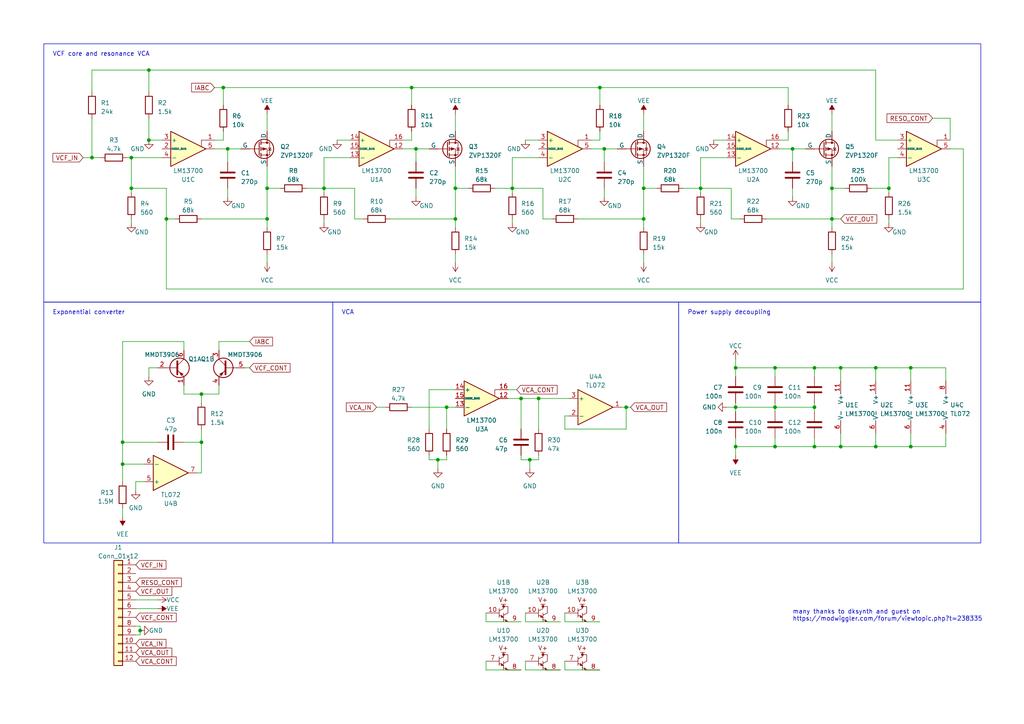
<source format=kicad_sch>
(kicad_sch (version 20231120) (generator "eeschema") (generator_version "8.0")
  (paper "A4")
  (title_block (title "Open 80017a") (date "2024-02-28") (rev "0.2") (company "Thomas Herpoel"))
  (lib_symbols
    (symbol "Amplifier_Operational:LM13700" (pin_names (offset 0.127))
      (property "Reference" "U" (at 3.81 5.08 0))
      (property "Value" "LM13700" (at 5.08 -5.08 0))
      (symbol "LM13700_1_1"
        (pin output line (at 7.62 0 180) (length 2.54) (name "~") (number "12"))
        (pin input line (at -7.62 2.54 0) (length 2.54) (name "-") (number "13"))
        (pin input line (at -7.62 -2.54 0) (length 2.54) (name "+") (number "14"))
        (pin input line (at -7.62 0 0) (length 2.54) (name "DIODE_BIAS") (number "15"))
        (pin input line (at 7.62 -2.54 180) (length 2.54) (name "~") (number "16"))
      )
      (symbol "LM13700_2_1"
        (text "V+" (at -2.54 3.81 0) (effects (font (size 1.27 1.27))))
        (pin input line (at -7.62 0 0) (length 3.81) (name "~") (number "10"))
        (pin output line (at 2.54 -2.54 180) (length 3.81) (name "~") (number "9"))
      )
      (symbol "LM13700_3_1"
        (pin input line (at 7.62 -2.54 180) (length 2.54) (name "~") (number "1"))
        (pin input line (at -7.62 0 0) (length 2.54) (name "DIODE_BIAS") (number "2"))
        (pin input line (at -7.62 -2.54 0) (length 2.54) (name "+") (number "3"))
        (pin input line (at -7.62 2.54 0) (length 2.54) (name "-") (number "4"))
        (pin output line (at 7.62 0 180) (length 2.54) (name "~") (number "5"))
      )
      (symbol "LM13700_4_0"
        (text "V+" (at -2.54 3.81 0) (effects (font (size 1.27 1.27))))
      )
      (symbol "LM13700_4_1"
        (pin input line (at -7.62 0 0) (length 3.81) (name "~") (number "7"))
        (pin output line (at 2.54 -2.54 180) (length 3.81) (name "~") (number "8"))
      )
      (symbol "LM13700_5_1"
        (pin power_in line (at -2.54 7.62 270) (length 3.81) (name "V+") (number "11"))
        (pin power_in line (at -2.54 -7.62 90) (length 3.81) (name "V-") (number "6"))
      )
    )
    (symbol "Amplifier_Operational:TL072" (pin_names (offset 0.127))
      (property "Reference" "U" (at 0 5.08 0))
      (property "Value" "TL072" (at 0 -5.08 0))
      (symbol "TL072_1_1"
        (pin output line (at 7.62 0 180) (length 2.54) (name "~") (number "1"))
        (pin input line (at -7.62 -2.54 0) (length 2.54) (name "-") (number "2"))
        (pin input line (at -7.62 2.54 0) (length 2.54) (name "+") (number "3"))
      )
      (symbol "TL072_2_1"
        (pin input line (at -7.62 2.54 0) (length 2.54) (name "+") (number "5"))
        (pin input line (at -7.62 -2.54 0) (length 2.54) (name "-") (number "6"))
        (pin output line (at 7.62 0 180) (length 2.54) (name "~") (number "7"))
      )
      (symbol "TL072_3_1"
        (pin power_in line (at -2.54 -7.62 90) (length 3.81) (name "V-") (number "4"))
        (pin power_in line (at -2.54 7.62 270) (length 3.81) (name "V+") (number "8"))
      )
    )
    (symbol "Connector_Generic:Conn_01x12" (pin_names (offset 1.016) hide)
      (property "Reference" "J" (at 0 15.24 0))
      (property "Value" "Conn_01x12" (at 0 -17.78 0))
      (symbol "Conn_01x12_1_1"
        (pin passive line (at -5.08 12.7 0) (length 3.81) (name "Pin_1") (number "1"))
        (pin passive line (at -5.08 -10.16 0) (length 3.81) (name "Pin_10") (number "10"))
        (pin passive line (at -5.08 -12.7 0) (length 3.81) (name "Pin_11") (number "11"))
        (pin passive line (at -5.08 -15.24 0) (length 3.81) (name "Pin_12") (number "12"))
        (pin passive line (at -5.08 10.16 0) (length 3.81) (name "Pin_2") (number "2"))
        (pin passive line (at -5.08 7.62 0) (length 3.81) (name "Pin_3") (number "3"))
        (pin passive line (at -5.08 5.08 0) (length 3.81) (name "Pin_4") (number "4"))
        (pin passive line (at -5.08 2.54 0) (length 3.81) (name "Pin_5") (number "5"))
        (pin passive line (at -5.08 0 0) (length 3.81) (name "Pin_6") (number "6"))
        (pin passive line (at -5.08 -2.54 0) (length 3.81) (name "Pin_7") (number "7"))
        (pin passive line (at -5.08 -5.08 0) (length 3.81) (name "Pin_8") (number "8"))
        (pin passive line (at -5.08 -7.62 0) (length 3.81) (name "Pin_9") (number "9"))
      )
    )
    (symbol "Device:C" (pin_numbers hide) (pin_names (offset 0.254))
      (property "Reference" "C" (at 0.635 2.54 0))
      (property "Value" "C" (at 0.635 -2.54 0))
      (symbol "C_1_1"
        (pin passive line (at 0 3.81 270) (length 2.794) (name "~") (number "1"))
        (pin passive line (at 0 -3.81 90) (length 2.794) (name "~") (number "2"))
      )
    )
    (symbol "Device:R" (pin_numbers hide) (pin_names (offset 0))
      (property "Reference" "R" (at 2.032 0 90))
      (property "Value" "R" (at 0 0 90))
      (symbol "R_1_1"
        (pin passive line (at 0 3.81 270) (length 1.27) (name "~") (number "1"))
        (pin passive line (at 0 -3.81 90) (length 1.27) (name "~") (number "2"))
      )
    )
    (symbol "Simulation_SPICE:PMOS" (pin_numbers hide) (pin_names (offset 0))
      (property "Reference" "Q" (at 5.08 1.27 0))
      (property "Value" "PMOS" (at 5.08 -1.27 0))
      (symbol "PMOS_1_1"
        (pin passive line (at 2.54 5.08 270) (length 2.54) (name "D") (number "1"))
        (pin input line (at -5.08 0 0) (length 2.54) (name "G") (number "2"))
        (pin passive line (at 2.54 -5.08 90) (length 2.54) (name "S") (number "3"))
      )
    )
    (symbol "Transistor_BJT:MMDT3906" (pin_names (offset 0) hide)
      (property "Reference" "Q" (at 5.08 1.27 0))
      (property "Value" "MMDT3906" (at 5.08 -1.27 0))
      (symbol "MMDT3906_1_1"
        (pin passive line (at 2.54 -5.08 90) (length 2.54) (name "E1") (number "1"))
        (pin input line (at -5.08 0 0) (length 2.54) (name "B1") (number "2"))
        (pin passive line (at 2.54 5.08 270) (length 2.54) (name "C1") (number "6"))
      )
      (symbol "MMDT3906_2_1"
        (pin passive line (at 2.54 5.08 270) (length 2.54) (name "C2") (number "3"))
        (pin passive line (at 2.54 -5.08 90) (length 2.54) (name "E2") (number "4"))
        (pin input line (at -5.08 0 0) (length 2.54) (name "B2") (number "5"))
      )
    )
    (symbol "power:GND" (power) (pin_names (offset 0))
      (property "Value" "GND" (at 0 -3.81 0))
      (symbol "GND_1_1"
        (pin power_in line (at 0 0 270) (length 0) hide (name "GND") (number "1"))
      )
    )
    (symbol "power:VCC" (power) (pin_names (offset 0))
      (property "Value" "VCC" (at 0 3.81 0))
      (symbol "VCC_1_1"
        (pin power_in line (at 0 0 90) (length 0) hide (name "VCC") (number "1"))
      )
    )
    (symbol "power:VEE" (power) (pin_names (offset 0))
      (property "Value" "VEE" (at 0 3.81 0))
      (symbol "VEE_1_1"
        (pin power_in line (at 0 0 90) (length 0) hide (name "VEE") (number "1"))
      )
    )
  )
  (junction (at 156.21 115.57))
  (junction (at 213.36 129.54))
  (junction (at 264.16 129.54))
  (junction (at 35.56 128.27))
  (junction (at 236.22 118.11))
  (junction (at 229.87 43.18))
  (junction (at 77.47 63.5))
  (junction (at 148.59 54.61))
  (junction (at 43.18 40.64))
  (junction (at 48.26 63.5))
  (junction (at 254 129.54))
  (junction (at 241.3 54.61))
  (junction (at 58.42 114.3))
  (junction (at 151.13 115.57))
  (junction (at 153.67 133.35))
  (junction (at 203.2 54.61))
  (junction (at 186.69 54.61))
  (junction (at 175.26 43.18))
  (junction (at 38.1 45.72))
  (junction (at 181.61 118.11))
  (junction (at 35.56 134.62))
  (junction (at 127 133.35))
  (junction (at 93.98 54.61))
  (junction (at 66.04 43.18))
  (junction (at 58.42 128.27))
  (junction (at 213.36 106.68))
  (junction (at 132.08 54.61))
  (junction (at 224.79 118.11))
  (junction (at 77.47 54.61))
  (junction (at 64.77 25.4))
  (junction (at 186.69 63.5))
  (junction (at 120.65 43.18))
  (junction (at 43.18 20.32))
  (junction (at 224.79 106.68))
  (junction (at 129.54 118.11))
  (junction (at 38.1 54.61))
  (junction (at 173.99 25.4))
  (junction (at 236.22 106.68))
  (junction (at 132.08 63.5))
  (junction (at 257.81 54.61))
  (junction (at 40.64 182.88))
  (junction (at 119.38 25.4))
  (junction (at 224.79 129.54))
  (junction (at 243.84 129.54))
  (junction (at 241.3 63.5))
  (junction (at 264.16 106.68))
  (junction (at 213.36 118.11))
  (junction (at 236.22 129.54))
  (junction (at 243.84 106.68))
  (junction (at 26.67 45.72))
  (junction (at 254 106.68))
  (wire (pts (xy 213.36 104.14) (xy 213.36 106.68)))
  (wire (pts (xy 113.03 63.5) (xy 132.08 63.5)))
  (wire (pts (xy 163.83 120.65) (xy 163.83 124.46)))
  (wire (pts (xy 151.13 115.57) (xy 156.21 115.57)))
  (wire (pts (xy 257.81 55.88) (xy 257.81 54.61)))
  (wire (pts (xy 148.59 54.61) (xy 157.48 54.61)))
  (wire (pts (xy 156.21 115.57) (xy 165.1 115.57)))
  (wire (pts (xy 132.08 54.61) (xy 135.89 54.61)))
  (wire (pts (xy 224.79 106.68) (xy 236.22 106.68)))
  (wire (pts (xy 129.54 118.11) (xy 129.54 124.46)))
  (wire (pts (xy 119.38 118.11) (xy 129.54 118.11)))
  (wire (pts (xy 254 106.68) (xy 254 110.49)))
  (wire (pts (xy 226.06 43.18) (xy 229.87 43.18)))
  (wire (pts (xy 260.35 45.72) (xy 257.81 45.72)))
  (wire (pts (xy 58.42 63.5) (xy 77.47 63.5)))
  (wire (pts (xy 275.59 34.29) (xy 275.59 40.64)))
  (wire (pts (xy 109.22 118.11) (xy 111.76 118.11)))
  (wire (pts (xy 58.42 128.27) (xy 58.42 124.46)))
  (wire (pts (xy 58.42 114.3) (xy 63.5 114.3)))
  (wire (pts (xy 156.21 133.35) (xy 156.21 132.08)))
  (wire (pts (xy 152.4 180.34) (xy 162.56 180.34)))
  (wire (pts (xy 243.84 106.68) (xy 254 106.68)))
  (wire (pts (xy 203.2 45.72) (xy 203.2 54.61)))
  (wire (pts (xy 241.3 48.26) (xy 241.3 54.61)))
  (wire (pts (xy 254 125.73) (xy 254 129.54)))
  (wire (pts (xy 229.87 43.18) (xy 233.68 43.18)))
  (wire (pts (xy 275.59 43.18) (xy 279.4 43.18)))
  (wire (pts (xy 222.25 63.5) (xy 241.3 63.5)))
  (wire (pts (xy 186.69 54.61) (xy 186.69 63.5)))
  (wire (pts (xy 38.1 64.77) (xy 38.1 63.5)))
  (wire (pts (xy 77.47 73.66) (xy 77.47 76.2)))
  (wire (pts (xy 241.3 33.02) (xy 241.3 38.1)))
  (wire (pts (xy 143.51 54.61) (xy 148.59 54.61)))
  (wire (pts (xy 173.99 25.4) (xy 228.6 25.4)))
  (wire (pts (xy 93.98 45.72) (xy 93.98 54.61)))
  (wire (pts (xy 152.4 40.64) (xy 156.21 40.64)))
  (wire (pts (xy 260.35 40.64) (xy 254 40.64)))
  (wire (pts (xy 147.32 115.57) (xy 151.13 115.57)))
  (wire (pts (xy 120.65 43.18) (xy 120.65 46.99)))
  (wire (pts (xy 163.83 194.31) (xy 173.99 194.31)))
  (wire (pts (xy 153.67 133.35) (xy 153.67 135.89)))
  (wire (pts (xy 58.42 114.3) (xy 58.42 116.84)))
  (wire (pts (xy 48.26 54.61) (xy 48.26 63.5)))
  (wire (pts (xy 163.83 180.34) (xy 173.99 180.34)))
  (wire (pts (xy 264.16 106.68) (xy 264.16 110.49)))
  (wire (pts (xy 153.67 133.35) (xy 156.21 133.35)))
  (wire (pts (xy 62.23 40.64) (xy 64.77 40.64)))
  (wire (pts (xy 77.47 33.02) (xy 77.47 38.1)))
  (wire (pts (xy 186.69 73.66) (xy 186.69 76.2)))
  (wire (pts (xy 57.15 137.16) (xy 58.42 137.16)))
  (wire (pts (xy 175.26 57.15) (xy 175.26 54.61)))
  (wire (pts (xy 270.51 34.29) (xy 275.59 34.29)))
  (wire (pts (xy 102.87 54.61) (xy 102.87 63.5)))
  (wire (pts (xy 93.98 54.61) (xy 93.98 55.88)))
  (wire (pts (xy 45.72 173.99) (xy 39.37 173.99)))
  (wire (pts (xy 212.09 63.5) (xy 214.63 63.5)))
  (wire (pts (xy 41.91 134.62) (xy 35.56 134.62)))
  (wire (pts (xy 77.47 54.61) (xy 81.28 54.61)))
  (wire (pts (xy 186.69 33.02) (xy 186.69 38.1)))
  (wire (pts (xy 132.08 73.66) (xy 132.08 76.2)))
  (wire (pts (xy 186.69 63.5) (xy 186.69 66.04)))
  (wire (pts (xy 213.36 116.84) (xy 213.36 118.11)))
  (wire (pts (xy 152.4 194.31) (xy 162.56 194.31)))
  (wire (pts (xy 72.39 106.68) (xy 71.12 106.68)))
  (wire (pts (xy 212.09 54.61) (xy 212.09 63.5)))
  (wire (pts (xy 236.22 127) (xy 236.22 129.54)))
  (wire (pts (xy 157.48 54.61) (xy 157.48 63.5)))
  (wire (pts (xy 53.34 101.6) (xy 53.34 99.06)))
  (wire (pts (xy 156.21 115.57) (xy 156.21 124.46)))
  (wire (pts (xy 254 129.54) (xy 264.16 129.54)))
  (wire (pts (xy 62.23 25.4) (xy 64.77 25.4)))
  (wire (pts (xy 210.82 118.11) (xy 213.36 118.11)))
  (wire (pts (xy 243.84 129.54) (xy 254 129.54)))
  (wire (pts (xy 48.26 63.5) (xy 50.8 63.5)))
  (wire (pts (xy 120.65 57.15) (xy 120.65 54.61)))
  (wire (pts (xy 252.73 54.61) (xy 257.81 54.61)))
  (wire (pts (xy 229.87 43.18) (xy 229.87 46.99)))
  (wire (pts (xy 58.42 114.3) (xy 53.34 114.3)))
  (wire (pts (xy 236.22 109.22) (xy 236.22 106.68)))
  (wire (pts (xy 241.3 63.5) (xy 243.84 63.5)))
  (wire (pts (xy 279.4 43.18) (xy 279.4 83.82)))
  (wire (pts (xy 173.99 38.1) (xy 173.99 40.64)))
  (wire (pts (xy 213.36 127) (xy 213.36 129.54)))
  (wire (pts (xy 236.22 129.54) (xy 243.84 129.54)))
  (wire (pts (xy 175.26 43.18) (xy 175.26 46.99)))
  (wire (pts (xy 26.67 26.67) (xy 26.67 20.32)))
  (wire (pts (xy 132.08 113.03) (xy 124.46 113.03)))
  (wire (pts (xy 127 133.35) (xy 127 135.89)))
  (wire (pts (xy 132.08 54.61) (xy 132.08 63.5)))
  (wire (pts (xy 77.47 54.61) (xy 77.47 63.5)))
  (wire (pts (xy 39.37 184.15) (xy 40.64 184.15)))
  (wire (pts (xy 35.56 99.06) (xy 35.56 128.27)))
  (wire (pts (xy 62.23 43.18) (xy 66.04 43.18)))
  (wire (pts (xy 39.37 181.61) (xy 40.64 181.61)))
  (wire (pts (xy 181.61 118.11) (xy 182.88 118.11)))
  (wire (pts (xy 175.26 43.18) (xy 179.07 43.18)))
  (wire (pts (xy 274.32 125.73) (xy 274.32 129.54)))
  (wire (pts (xy 93.98 54.61) (xy 102.87 54.61)))
  (wire (pts (xy 40.64 181.61) (xy 40.64 182.88)))
  (wire (pts (xy 157.48 63.5) (xy 160.02 63.5)))
  (wire (pts (xy 140.97 177.8) (xy 140.97 180.34)))
  (wire (pts (xy 77.47 63.5) (xy 77.47 66.04)))
  (wire (pts (xy 39.37 139.7) (xy 39.37 142.24)))
  (wire (pts (xy 63.5 114.3) (xy 63.5 111.76)))
  (wire (pts (xy 140.97 194.31) (xy 151.13 194.31)))
  (wire (pts (xy 43.18 40.64) (xy 46.99 40.64)))
  (wire (pts (xy 213.36 129.54) (xy 213.36 132.08)))
  (wire (pts (xy 254 106.68) (xy 264.16 106.68)))
  (wire (pts (xy 229.87 57.15) (xy 229.87 54.61)))
  (wire (pts (xy 66.04 43.18) (xy 66.04 46.99)))
  (wire (pts (xy 152.4 177.8) (xy 152.4 180.34)))
  (wire (pts (xy 63.5 99.06) (xy 63.5 101.6)))
  (wire (pts (xy 213.36 109.22) (xy 213.36 106.68)))
  (wire (pts (xy 102.87 63.5) (xy 105.41 63.5)))
  (wire (pts (xy 203.2 45.72) (xy 210.82 45.72)))
  (wire (pts (xy 48.26 83.82) (xy 48.26 63.5)))
  (wire (pts (xy 26.67 45.72) (xy 24.13 45.72)))
  (wire (pts (xy 129.54 132.08) (xy 129.54 133.35)))
  (wire (pts (xy 264.16 106.68) (xy 274.32 106.68)))
  (wire (pts (xy 228.6 40.64) (xy 226.06 40.64)))
  (wire (pts (xy 148.59 54.61) (xy 148.59 55.88)))
  (wire (pts (xy 35.56 134.62) (xy 35.56 139.7)))
  (wire (pts (xy 243.84 106.68) (xy 243.84 110.49)))
  (wire (pts (xy 43.18 34.29) (xy 43.18 40.64)))
  (wire (pts (xy 129.54 133.35) (xy 127 133.35)))
  (wire (pts (xy 53.34 128.27) (xy 58.42 128.27)))
  (wire (pts (xy 152.4 191.77) (xy 152.4 194.31)))
  (wire (pts (xy 124.46 113.03) (xy 124.46 124.46)))
  (wire (pts (xy 213.36 118.11) (xy 224.79 118.11)))
  (wire (pts (xy 38.1 54.61) (xy 38.1 55.88)))
  (wire (pts (xy 38.1 54.61) (xy 48.26 54.61)))
  (wire (pts (xy 119.38 38.1) (xy 119.38 40.64)))
  (wire (pts (xy 38.1 45.72) (xy 38.1 54.61)))
  (wire (pts (xy 264.16 125.73) (xy 264.16 129.54)))
  (wire (pts (xy 167.64 63.5) (xy 186.69 63.5)))
  (wire (pts (xy 213.36 106.68) (xy 224.79 106.68)))
  (wire (pts (xy 45.72 106.68) (xy 43.18 106.68)))
  (wire (pts (xy 119.38 30.48) (xy 119.38 25.4)))
  (wire (pts (xy 198.12 54.61) (xy 203.2 54.61)))
  (wire (pts (xy 43.18 106.68) (xy 43.18 109.22)))
  (wire (pts (xy 38.1 45.72) (xy 46.99 45.72)))
  (wire (pts (xy 148.59 64.77) (xy 148.59 63.5)))
  (wire (pts (xy 41.91 139.7) (xy 39.37 139.7)))
  (wire (pts (xy 26.67 20.32) (xy 43.18 20.32)))
  (wire (pts (xy 119.38 25.4) (xy 64.77 25.4)))
  (wire (pts (xy 224.79 127) (xy 224.79 129.54)))
  (wire (pts (xy 72.39 99.06) (xy 63.5 99.06)))
  (wire (pts (xy 35.56 147.32) (xy 35.56 149.86)))
  (wire (pts (xy 66.04 57.15) (xy 66.04 54.61)))
  (wire (pts (xy 148.59 45.72) (xy 156.21 45.72)))
  (wire (pts (xy 224.79 129.54) (xy 236.22 129.54)))
  (wire (pts (xy 171.45 43.18) (xy 175.26 43.18)))
  (wire (pts (xy 186.69 54.61) (xy 190.5 54.61)))
  (wire (pts (xy 119.38 40.64) (xy 116.84 40.64)))
  (wire (pts (xy 132.08 33.02) (xy 132.08 38.1)))
  (wire (pts (xy 203.2 64.77) (xy 203.2 63.5)))
  (wire (pts (xy 151.13 132.08) (xy 151.13 133.35)))
  (wire (pts (xy 64.77 40.64) (xy 64.77 38.1)))
  (wire (pts (xy 236.22 118.11) (xy 236.22 119.38)))
  (wire (pts (xy 77.47 48.26) (xy 77.47 54.61)))
  (wire (pts (xy 257.81 45.72) (xy 257.81 54.61)))
  (wire (pts (xy 120.65 43.18) (xy 124.46 43.18)))
  (wire (pts (xy 236.22 106.68) (xy 243.84 106.68)))
  (wire (pts (xy 43.18 20.32) (xy 43.18 26.67)))
  (wire (pts (xy 254 20.32) (xy 43.18 20.32)))
  (wire (pts (xy 186.69 48.26) (xy 186.69 54.61)))
  (wire (pts (xy 224.79 118.11) (xy 224.79 119.38)))
  (wire (pts (xy 119.38 25.4) (xy 173.99 25.4)))
  (wire (pts (xy 132.08 63.5) (xy 132.08 66.04)))
  (wire (pts (xy 147.32 113.03) (xy 149.86 113.03)))
  (wire (pts (xy 132.08 48.26) (xy 132.08 54.61)))
  (wire (pts (xy 140.97 180.34) (xy 151.13 180.34)))
  (wire (pts (xy 163.83 177.8) (xy 163.83 180.34)))
  (wire (pts (xy 241.3 73.66) (xy 241.3 76.2)))
  (wire (pts (xy 165.1 120.65) (xy 163.83 120.65)))
  (wire (pts (xy 207.01 40.64) (xy 210.82 40.64)))
  (wire (pts (xy 116.84 43.18) (xy 120.65 43.18)))
  (wire (pts (xy 64.77 25.4) (xy 64.77 30.48)))
  (wire (pts (xy 124.46 132.08) (xy 124.46 133.35)))
  (wire (pts (xy 228.6 30.48) (xy 228.6 25.4)))
  (wire (pts (xy 241.3 54.61) (xy 241.3 63.5)))
  (wire (pts (xy 151.13 115.57) (xy 151.13 124.46)))
  (wire (pts (xy 274.32 106.68) (xy 274.32 110.49)))
  (wire (pts (xy 151.13 133.35) (xy 153.67 133.35)))
  (wire (pts (xy 236.22 116.84) (xy 236.22 118.11)))
  (wire (pts (xy 69.85 43.18) (xy 66.04 43.18)))
  (wire (pts (xy 97.79 40.64) (xy 101.6 40.64)))
  (wire (pts (xy 264.16 129.54) (xy 274.32 129.54)))
  (wire (pts (xy 241.3 54.61) (xy 245.11 54.61)))
  (wire (pts (xy 93.98 45.72) (xy 101.6 45.72)))
  (wire (pts (xy 163.83 124.46) (xy 181.61 124.46)))
  (wire (pts (xy 88.9 54.61) (xy 93.98 54.61)))
  (wire (pts (xy 35.56 128.27) (xy 45.72 128.27)))
  (wire (pts (xy 53.34 114.3) (xy 53.34 111.76)))
  (wire (pts (xy 36.83 45.72) (xy 38.1 45.72)))
  (wire (pts (xy 93.98 64.77) (xy 93.98 63.5)))
  (wire (pts (xy 257.81 63.5) (xy 257.81 64.77)))
  (wire (pts (xy 228.6 38.1) (xy 228.6 40.64)))
  (wire (pts (xy 181.61 124.46) (xy 181.61 118.11)))
  (wire (pts (xy 241.3 63.5) (xy 241.3 66.04)))
  (wire (pts (xy 29.21 45.72) (xy 26.67 45.72)))
  (wire (pts (xy 173.99 30.48) (xy 173.99 25.4)))
  (wire (pts (xy 163.83 191.77) (xy 163.83 194.31)))
  (wire (pts (xy 180.34 118.11) (xy 181.61 118.11)))
  (wire (pts (xy 53.34 99.06) (xy 35.56 99.06)))
  (wire (pts (xy 213.36 129.54) (xy 224.79 129.54)))
  (wire (pts (xy 224.79 118.11) (xy 236.22 118.11)))
  (wire (pts (xy 213.36 118.11) (xy 213.36 119.38)))
  (wire (pts (xy 129.54 118.11) (xy 132.08 118.11)))
  (wire (pts (xy 45.72 176.53) (xy 39.37 176.53)))
  (wire (pts (xy 173.99 40.64) (xy 171.45 40.64)))
  (wire (pts (xy 203.2 54.61) (xy 212.09 54.61)))
  (wire (pts (xy 203.2 54.61) (xy 203.2 55.88)))
  (wire (pts (xy 243.84 125.73) (xy 243.84 129.54)))
  (wire (pts (xy 224.79 116.84) (xy 224.79 118.11)))
  (wire (pts (xy 140.97 191.77) (xy 140.97 194.31)))
  (wire (pts (xy 254 40.64) (xy 254 20.32)))
  (wire (pts (xy 279.4 83.82) (xy 48.26 83.82)))
  (wire (pts (xy 40.64 182.88) (xy 40.64 184.15)))
  (wire (pts (xy 35.56 128.27) (xy 35.56 134.62)))
  (wire (pts (xy 58.42 137.16) (xy 58.42 128.27)))
  (wire (pts (xy 148.59 45.72) (xy 148.59 54.61)))
  (wire (pts (xy 224.79 109.22) (xy 224.79 106.68)))
  (wire (pts (xy 26.67 34.29) (xy 26.67 45.72)))
  (wire (pts (xy 124.46 133.35) (xy 127 133.35)))
  (rectangle (start 96.52 87.63) (end 196.85 157.48))
  (rectangle (start 196.85 87.63) (end 284.48 157.48))
  (rectangle (start 12.7 12.7) (end 284.48 87.63))
  (rectangle (start 12.7 87.63) (end 96.52 157.48))
  (text "VCA" (at 99.06 91.44 0) (effects (font (size 1.27 1.27)) (justify left bottom)))
  (text "Power supply decoupling" (at 199.39 91.44 0) (effects (font (size 1.27 1.27)) (justify left bottom)))
  (text "Exponential converter" (at 15.24 91.44 0) (effects (font (size 1.27 1.27)) (justify left bottom)))
  (text "many thanks to dksynth and guest on\nhttps://modwiggler.com/forum/viewtopic.php?t=238335" (at 229.87 180.34 0) (effects (font (size 1.27 1.27)) (justify left bottom)))
  (text "VCF core and resonance VCA" (at 15.24 16.51 0) (effects (font (size 1.27 1.27)) (justify left bottom)))
  (global_label "VCF_OUT" (shape input) (at 39.37 171.45 0) (property "Intersheetrefs" "${INTERSHEET_REFS}" (effects (hide yes))))
  (global_label "RESO_CONT" (shape input) (at 270.51 34.29 180) (property "Intersheetrefs" "${INTERSHEET_REFS}" (effects (hide yes))))
  (global_label "IABC" (shape input) (at 62.23 25.4 180) (property "Intersheetrefs" "${INTERSHEET_REFS}" (effects (hide yes))))
  (global_label "VCF_CONT" (shape input) (at 72.39 106.68 0) (property "Intersheetrefs" "${INTERSHEET_REFS}" (effects (hide yes))))
  (global_label "VCF_CONT" (shape input) (at 39.37 179.07 0) (property "Intersheetrefs" "${INTERSHEET_REFS}" (effects (hide yes))))
  (global_label "IABC" (shape input) (at 72.39 99.06 0) (property "Intersheetrefs" "${INTERSHEET_REFS}" (effects (hide yes))))
  (global_label "RESO_CONT" (shape input) (at 39.37 168.91 0) (property "Intersheetrefs" "${INTERSHEET_REFS}" (effects (hide yes))))
  (global_label "VCF_IN" (shape input) (at 39.37 163.83 0) (property "Intersheetrefs" "${INTERSHEET_REFS}" (effects (hide yes))))
  (global_label "VCF_IN" (shape input) (at 24.13 45.72 180) (property "Intersheetrefs" "${INTERSHEET_REFS}" (effects (hide yes))))
  (global_label "VCF_OUT" (shape input) (at 243.84 63.5 0) (property "Intersheetrefs" "${INTERSHEET_REFS}" (effects (hide yes))))
  (global_label "VCA_CONT" (shape input) (at 149.86 113.03 0) (property "Intersheetrefs" "${INTERSHEET_REFS}" (effects (hide yes))))
  (global_label "VCA_CONT" (shape input) (at 39.37 191.77 0) (property "Intersheetrefs" "${INTERSHEET_REFS}" (effects (hide yes))))
  (global_label "VCA_OUT" (shape input) (at 182.88 118.11 0) (property "Intersheetrefs" "${INTERSHEET_REFS}" (effects (hide yes))))
  (global_label "VCA_IN" (shape input) (at 39.37 186.69 0) (property "Intersheetrefs" "${INTERSHEET_REFS}" (effects (hide yes))))
  (global_label "VCA_IN" (shape input) (at 109.22 118.11 180) (property "Intersheetrefs" "${INTERSHEET_REFS}" (effects (hide yes))))
  (global_label "VCA_OUT" (shape input) (at 39.37 189.23 0) (property "Intersheetrefs" "${INTERSHEET_REFS}" (effects (hide yes))))
  (symbol (lib_id "Device:R") (at 119.38 34.29 180) (unit 1)
    (property "Reference" "R11" (at 121.92 33.655 0) (effects (justify right)))
    (property "Value" "10k" (at 121.92 36.195 0) (effects (justify right)))
    (property "Footprint" "Resistor_SMD:R_0603_1608Metric_Pad0.98x0.95mm_HandSolder" (effects (hide yes)))
  )
  (symbol (lib_id "Device:R") (at 218.44 63.5 90) (unit 1)
    (property "Reference" "R22" (at 218.44 58.42 90))
    (property "Value" "68k" (at 218.44 60.96 90))
    (property "Footprint" "Resistor_SMD:R_0603_1608Metric_Pad0.98x0.95mm_HandSolder" (effects (hide yes)))
  )
  (symbol (lib_id "Amplifier_Operational:TL072") (at 172.72 118.11 0) (unit 1)
    (property "Reference" "U4" (at 172.72 109.22 0))
    (property "Value" "TL072" (at 172.72 111.76 0))
    (property "Footprint" "Package_SO:TSSOP-8_4.4x3mm_P0.65mm" (effects (hide yes)))
    (property "Datasheet" "http://www.ti.com/lit/ds/symlink/tl071.pdf" (effects (hide yes)))
  )
  (symbol (lib_id "power:GND") (at 203.2 64.77 0) (unit 1)
    (property "Reference" "#PWR019" (effects (hide yes)))
    (property "Value" "GND" (at 208.28 67.31 0) (effects (justify right)))
  )
  (symbol (lib_id "Device:R") (at 115.57 118.11 270) (unit 1)
    (property "Reference" "R27" (at 115.57 113.03 90))
    (property "Value" "4.7k" (at 115.57 115.57 90))
    (property "Footprint" "Resistor_SMD:R_0603_1608Metric_Pad0.98x0.95mm_HandSolder" (effects (hide yes)))
  )
  (symbol (lib_id "Amplifier_Operational:TL072") (at 276.86 118.11 0) (unit 3)
    (property "Reference" "U4" (at 275.59 117.475 0) (effects (justify left)))
    (property "Value" "TL072" (at 275.59 120.015 0) (effects (justify left)))
    (property "Footprint" "Package_SO:TSSOP-8_4.4x3mm_P0.65mm" (effects (hide yes)))
    (property "Datasheet" "http://www.ti.com/lit/ds/symlink/tl071.pdf" (effects (hide yes)))
  )
  (symbol (lib_id "power:GND") (at 120.65 57.15 0) (unit 1)
    (property "Reference" "#PWR011" (effects (hide yes)))
    (property "Value" "GND" (at 125.73 59.69 0) (effects (justify right)))
  )
  (symbol (lib_id "Device:C") (at 49.53 128.27 90) (unit 1)
    (property "Reference" "C3" (at 49.53 121.92 90))
    (property "Value" "47p" (at 49.53 124.46 90))
    (property "Footprint" "Capacitor_SMD:C_0603_1608Metric_Pad1.08x0.95mm_HandSolder" (effects (hide yes)))
  )
  (symbol (lib_id "Device:C") (at 66.04 50.8 0) (unit 1)
    (property "Reference" "C1" (at 69.85 50.165 0) (effects (justify left)))
    (property "Value" "270p" (at 69.85 52.705 0) (effects (justify left)))
    (property "Footprint" "Capacitor_SMD:C_0603_1608Metric_Pad1.08x0.95mm_HandSolder" (effects (hide yes)))
  )
  (symbol (lib_id "Amplifier_Operational:TL072") (at 49.53 137.16 0) (mirror x) (unit 2)
    (property "Reference" "U4" (at 49.53 146.05 0))
    (property "Value" "TL072" (at 49.53 143.51 0))
    (property "Footprint" "Package_SO:TSSOP-8_4.4x3mm_P0.65mm" (effects (hide yes)))
    (property "Datasheet" "http://www.ti.com/lit/ds/symlink/tl071.pdf" (effects (hide yes)))
  )
  (symbol (lib_id "Amplifier_Operational:LM13700") (at 171.45 191.77 0) (unit 4)
    (property "Reference" "U3" (at 168.91 182.88 0))
    (property "Value" "LM13700" (at 168.91 185.42 0))
    (property "Footprint" "Package_SO:SOIC-16_3.9x9.9mm_P1.27mm" (effects (hide yes)))
    (property "Datasheet" "http://www.ti.com/lit/ds/symlink/lm13700.pdf" (effects (hide yes)))
    (property "mouser" "926-LM13700M/NOPB" (effects (hide yes)))
  )
  (symbol (lib_id "Device:R") (at 58.42 120.65 180) (unit 1)
    (property "Reference" "R12" (at 60.96 120.015 0) (effects (justify right)))
    (property "Value" "1.5k" (at 60.96 122.555 0) (effects (justify right)))
    (property "Footprint" "Resistor_SMD:R_0603_1608Metric_Pad0.98x0.95mm_HandSolder" (effects (hide yes)))
  )
  (symbol (lib_id "power:GND") (at 210.82 118.11 270) (unit 1)
    (property "Reference" "#PWR029" (effects (hide yes)))
    (property "Value" "GND" (at 205.74 118.11 90))
  )
  (symbol (lib_id "Device:R") (at 93.98 59.69 180) (unit 1)
    (property "Reference" "R9" (at 96.52 59.055 0) (effects (justify right)))
    (property "Value" "560" (at 96.52 61.595 0) (effects (justify right)))
    (property "Footprint" "Resistor_SMD:R_0603_1608Metric_Pad0.98x0.95mm_HandSolder" (effects (hide yes)))
  )
  (symbol (lib_id "Device:R") (at 186.69 69.85 0) (unit 1)
    (property "Reference" "R19" (at 189.23 69.215 0) (effects (justify left)))
    (property "Value" "15k" (at 189.23 71.755 0) (effects (justify left)))
    (property "Footprint" "Resistor_SMD:R_0603_1608Metric_Pad0.98x0.95mm_HandSolder" (effects (hide yes)))
  )
  (symbol (lib_id "Simulation_SPICE:PMOS") (at 238.76 43.18 0) (unit 1)
    (property "Reference" "Q5" (at 245.11 42.545 0) (effects (justify left)))
    (property "Value" "ZVP1320F" (at 245.11 45.085 0) (effects (justify left)))
    (property "Footprint" "Package_TO_SOT_SMD:TSOT-23" (effects (hide yes)))
    (property "Datasheet" "https://ngspice.sourceforge.io/docs/ngspice-manual.pdf" (effects (hide yes)))
    (property "Sim.Device" "PMOS" (effects (hide yes)))
    (property "Sim.Type" "VDMOS" (effects (hide yes)))
    (property "Sim.Pins" "1=D 2=G 3=S" (effects (hide yes)))
  )
  (symbol (lib_id "Device:C") (at 236.22 123.19 0) (mirror x) (unit 1)
    (property "Reference" "C12" (at 232.41 122.555 0) (effects (justify right)))
    (property "Value" "100n" (at 232.41 125.095 0) (effects (justify right)))
    (property "Footprint" "Capacitor_SMD:C_0603_1608Metric_Pad1.08x0.95mm_HandSolder" (effects (hide yes)))
  )
  (symbol (lib_id "power:GND") (at 97.79 40.64 0) (unit 1)
    (property "Reference" "#PWR010" (effects (hide yes)))
    (property "Value" "GND" (at 96.52 43.18 0) (effects (justify right)))
  )
  (symbol (lib_id "Amplifier_Operational:LM13700") (at 148.59 177.8 0) (unit 2)
    (property "Reference" "U1" (at 146.05 168.91 0))
    (property "Value" "LM13700" (at 146.05 171.45 0))
    (property "Footprint" "Package_SO:SOIC-16_3.9x9.9mm_P1.27mm" (effects (hide yes)))
    (property "Datasheet" "http://www.ti.com/lit/ds/symlink/lm13700.pdf" (effects (hide yes)))
    (property "mouser" "926-LM13700M/NOPB" (effects (hide yes)))
  )
  (symbol (lib_id "Amplifier_Operational:LM13700") (at 163.83 43.18 0) (mirror x) (unit 3)
    (property "Reference" "U2" (at 163.83 52.07 0))
    (property "Value" "LM13700" (at 163.83 49.53 0))
    (property "Footprint" "Package_SO:SOIC-16_3.9x9.9mm_P1.27mm" (effects (hide yes)))
    (property "Datasheet" "http://www.ti.com/lit/ds/symlink/lm13700.pdf" (effects (hide yes)))
    (property "mouser" "926-LM13700M/NOPB" (effects (hide yes)))
  )
  (symbol (lib_id "Device:R") (at 228.6 34.29 180) (unit 1)
    (property "Reference" "R23" (at 231.14 33.655 0) (effects (justify right)))
    (property "Value" "10k" (at 231.14 36.195 0) (effects (justify right)))
    (property "Footprint" "Resistor_SMD:R_0603_1608Metric_Pad0.98x0.95mm_HandSolder" (effects (hide yes)))
  )
  (symbol (lib_id "Device:R") (at 35.56 143.51 0) (mirror x) (unit 1)
    (property "Reference" "R13" (at 33.02 142.875 0) (effects (justify right)))
    (property "Value" "1.5M" (at 33.02 145.415 0) (effects (justify right)))
    (property "Footprint" "Resistor_SMD:R_0603_1608Metric_Pad0.98x0.95mm_HandSolder" (effects (hide yes)))
  )
  (symbol (lib_id "power:VEE") (at 35.56 149.86 180) (unit 1)
    (property "Reference" "#PWR04" (effects (hide yes)))
    (property "Value" "VEE" (at 35.56 154.94 0))
  )
  (symbol (lib_id "Device:C") (at 120.65 50.8 180) (unit 1)
    (property "Reference" "C2" (at 124.46 50.165 0) (effects (justify right)))
    (property "Value" "270p" (at 124.46 52.705 0) (effects (justify right)))
    (property "Footprint" "Capacitor_SMD:C_0603_1608Metric_Pad1.08x0.95mm_HandSolder" (effects (hide yes)))
  )
  (symbol (lib_id "Device:R") (at 43.18 30.48 180) (unit 1)
    (property "Reference" "R2" (at 45.72 29.845 0) (effects (justify right)))
    (property "Value" "1.5k" (at 45.72 32.385 0) (effects (justify right)))
    (property "Footprint" "Resistor_SMD:R_0603_1608Metric_Pad0.98x0.95mm_HandSolder" (effects (hide yes)))
  )
  (symbol (lib_id "Amplifier_Operational:LM13700") (at 139.7 115.57 0) (mirror x) (unit 1)
    (property "Reference" "U3" (at 139.7 124.46 0))
    (property "Value" "LM13700" (at 139.7 121.92 0))
    (property "Footprint" "Package_SO:SOIC-16_3.9x9.9mm_P1.27mm" (effects (hide yes)))
    (property "Datasheet" "http://www.ti.com/lit/ds/symlink/lm13700.pdf" (effects (hide yes)))
    (property "mouser" "926-LM13700M/NOPB" (effects (hide yes)))
  )
  (symbol (lib_id "power:VCC") (at 186.69 76.2 180) (unit 1)
    (property "Reference" "#PWR018" (effects (hide yes)))
    (property "Value" "VCC" (at 186.69 81.28 0))
  )
  (symbol (lib_id "Device:C") (at 151.13 128.27 0) (mirror x) (unit 1)
    (property "Reference" "C6" (at 147.32 127.635 0) (effects (justify right)))
    (property "Value" "47p" (at 147.32 130.175 0) (effects (justify right)))
    (property "Footprint" "Capacitor_SMD:C_0603_1608Metric_Pad1.08x0.95mm_HandSolder" (effects (hide yes)))
  )
  (symbol (lib_id "Amplifier_Operational:LM13700") (at 109.22 43.18 0) (mirror x) (unit 1)
    (property "Reference" "U1" (at 109.22 52.07 0))
    (property "Value" "LM13700" (at 109.22 49.53 0))
    (property "Footprint" "Package_SO:SOIC-16_3.9x9.9mm_P1.27mm" (effects (hide yes)))
    (property "Datasheet" "http://www.ti.com/lit/ds/symlink/lm13700.pdf" (effects (hide yes)))
    (property "mouser" "926-LM13700M/NOPB" (effects (hide yes)))
  )
  (symbol (lib_id "Device:R") (at 64.77 34.29 180) (unit 1)
    (property "Reference" "R6" (at 67.31 33.655 0) (effects (justify right)))
    (property "Value" "10k" (at 67.31 36.195 0) (effects (justify right)))
    (property "Footprint" "Resistor_SMD:R_0603_1608Metric_Pad0.98x0.95mm_HandSolder" (effects (hide yes)))
  )
  (symbol (lib_id "Device:R") (at 203.2 59.69 180) (unit 1)
    (property "Reference" "R21" (at 205.74 59.055 0) (effects (justify right)))
    (property "Value" "560" (at 205.74 61.595 0) (effects (justify right)))
    (property "Footprint" "Resistor_SMD:R_0603_1608Metric_Pad0.98x0.95mm_HandSolder" (effects (hide yes)))
  )
  (symbol (lib_id "power:VCC") (at 132.08 76.2 180) (unit 1)
    (property "Reference" "#PWR013" (effects (hide yes)))
    (property "Value" "VCC" (at 132.08 81.28 0))
  )
  (symbol (lib_id "Amplifier_Operational:LM13700") (at 218.44 43.18 0) (mirror x) (unit 1)
    (property "Reference" "U2" (at 218.44 52.07 0))
    (property "Value" "LM13700" (at 218.44 49.53 0))
    (property "Footprint" "Package_SO:SOIC-16_3.9x9.9mm_P1.27mm" (effects (hide yes)))
    (property "Datasheet" "http://www.ti.com/lit/ds/symlink/lm13700.pdf" (effects (hide yes)))
    (property "mouser" "926-LM13700M/NOPB" (effects (hide yes)))
  )
  (symbol (lib_id "power:VCC") (at 241.3 76.2 180) (unit 1)
    (property "Reference" "#PWR023" (effects (hide yes)))
    (property "Value" "VCC" (at 241.3 81.28 0))
  )
  (symbol (lib_id "power:GND") (at 257.81 64.77 0) (unit 1)
    (property "Reference" "#PWR024" (effects (hide yes)))
    (property "Value" "GND" (at 262.89 67.31 0) (effects (justify right)))
  )
  (symbol (lib_id "Transistor_BJT:MMDT3906") (at 66.04 106.68 0) (mirror y) (unit 2)
    (property "Reference" "Q1" (at 62.23 104.14 0) (effects (justify left)))
    (property "Value" "MMDT3906" (at 76.2 102.87 0) (effects (justify left)))
    (property "Footprint" "Package_TO_SOT_SMD:SOT-363_SC-70-6" (effects (hide yes)))
    (property "Datasheet" "http://www.diodes.com/_files/datasheets/ds30124.pdf" (effects (hide yes)))
  )
  (symbol (lib_id "power:GND") (at 153.67 135.89 0) (unit 1)
    (property "Reference" "#PWR026" (effects (hide yes)))
    (property "Value" "GND" (at 153.67 140.97 0))
  )
  (symbol (lib_id "power:VCC") (at 77.47 76.2 180) (unit 1)
    (property "Reference" "#PWR03" (effects (hide yes)))
    (property "Value" "VCC" (at 77.47 81.28 0))
  )
  (symbol (lib_id "Connector_Generic:Conn_01x12") (at 34.29 176.53 0) (mirror y) (unit 1)
    (property "Reference" "J1" (at 34.29 158.75 0))
    (property "Value" "Conn_01x12" (at 34.29 161.29 0))
    (property "Footprint" "Connector_PinHeader_2.54mm:PinHeader_1x12_P2.54mm_Horizontal" (effects (hide yes)))
  )
  (symbol (lib_id "power:GND") (at 93.98 64.77 0) (unit 1)
    (property "Reference" "#PWR09" (effects (hide yes)))
    (property "Value" "GND" (at 99.06 67.31 0) (effects (justify right)))
  )
  (symbol (lib_id "power:GND") (at 66.04 57.15 0) (unit 1)
    (property "Reference" "#PWR07" (effects (hide yes)))
    (property "Value" "GND" (at 71.12 59.69 0) (effects (justify right)))
  )
  (symbol (lib_id "power:GND") (at 43.18 109.22 0) (unit 1)
    (property "Reference" "#PWR01" (effects (hide yes)))
    (property "Value" "GND" (at 43.18 114.3 0))
  )
  (symbol (lib_id "power:GND") (at 207.01 40.64 0) (unit 1)
    (property "Reference" "#PWR020" (effects (hide yes)))
    (property "Value" "GND" (at 205.74 43.18 0) (effects (justify right)))
  )
  (symbol (lib_id "power:VEE") (at 241.3 33.02 0) (unit 1)
    (property "Reference" "#PWR022" (effects (hide yes)))
    (property "Value" "VEE" (at 241.3 29.21 0))
  )
  (symbol (lib_id "power:GND") (at 40.64 182.88 90) (unit 1)
    (property "Reference" "#PWR030" (effects (hide yes)))
    (property "Value" "GND" (at 43.18 182.88 90) (effects (justify right)))
  )
  (symbol (lib_id "Simulation_SPICE:PMOS") (at 184.15 43.18 0) (unit 1)
    (property "Reference" "Q4" (at 190.5 42.545 0) (effects (justify left)))
    (property "Value" "ZVP1320F" (at 190.5 45.085 0) (effects (justify left)))
    (property "Footprint" "Package_TO_SOT_SMD:TSOT-23" (effects (hide yes)))
    (property "Datasheet" "https://ngspice.sourceforge.io/docs/ngspice-manual.pdf" (effects (hide yes)))
    (property "Sim.Device" "PMOS" (effects (hide yes)))
    (property "Sim.Type" "VDMOS" (effects (hide yes)))
    (property "Sim.Pins" "1=D 2=G 3=S" (effects (hide yes)))
  )
  (symbol (lib_id "power:GND") (at 148.59 64.77 0) (unit 1)
    (property "Reference" "#PWR014" (effects (hide yes)))
    (property "Value" "GND" (at 153.67 67.31 0) (effects (justify right)))
  )
  (symbol (lib_id "Device:R") (at 109.22 63.5 90) (unit 1)
    (property "Reference" "R10" (at 109.22 58.42 90))
    (property "Value" "68k" (at 109.22 60.96 90))
    (property "Footprint" "Resistor_SMD:R_0603_1608Metric_Pad0.98x0.95mm_HandSolder" (effects (hide yes)))
  )
  (symbol (lib_id "Device:C") (at 213.36 123.19 0) (mirror x) (unit 1)
    (property "Reference" "C8" (at 209.55 122.555 0) (effects (justify right)))
    (property "Value" "100n" (at 209.55 125.095 0) (effects (justify right)))
    (property "Footprint" "Capacitor_SMD:C_0603_1608Metric_Pad1.08x0.95mm_HandSolder" (effects (hide yes)))
  )
  (symbol (lib_id "Device:R") (at 132.08 69.85 0) (unit 1)
    (property "Reference" "R14" (at 134.62 69.215 0) (effects (justify left)))
    (property "Value" "15k" (at 134.62 71.755 0) (effects (justify left)))
    (property "Footprint" "Resistor_SMD:R_0603_1608Metric_Pad0.98x0.95mm_HandSolder" (effects (hide yes)))
  )
  (symbol (lib_id "power:VEE") (at 186.69 33.02 0) (unit 1)
    (property "Reference" "#PWR017" (effects (hide yes)))
    (property "Value" "VEE" (at 186.69 29.21 0))
  )
  (symbol (lib_id "Amplifier_Operational:LM13700") (at 266.7 118.11 0) (unit 5)
    (property "Reference" "U3" (at 265.43 117.475 0) (effects (justify left)))
    (property "Value" "LM13700" (at 265.43 120.015 0) (effects (justify left)))
    (property "Footprint" "Package_SO:SOIC-16_3.9x9.9mm_P1.27mm" (effects (hide yes)))
    (property "Datasheet" "http://www.ti.com/lit/ds/symlink/lm13700.pdf" (effects (hide yes)))
    (property "mouser" "926-LM13700M/NOPB" (effects (hide yes)))
  )
  (symbol (lib_id "Device:R") (at 156.21 128.27 0) (unit 1)
    (property "Reference" "R30" (at 158.75 127.635 0) (effects (justify left)))
    (property "Value" "47k" (at 158.75 130.175 0) (effects (justify left)))
    (property "Footprint" "Resistor_SMD:R_0603_1608Metric_Pad0.98x0.95mm_HandSolder" (effects (hide yes)))
  )
  (symbol (lib_id "Device:C") (at 236.22 113.03 0) (mirror x) (unit 1)
    (property "Reference" "C11" (at 232.41 112.395 0) (effects (justify right)))
    (property "Value" "100n" (at 232.41 114.935 0) (effects (justify right)))
    (property "Footprint" "Capacitor_SMD:C_0603_1608Metric_Pad1.08x0.95mm_HandSolder" (effects (hide yes)))
  )
  (symbol (lib_id "Amplifier_Operational:LM13700") (at 267.97 43.18 0) (mirror x) (unit 3)
    (property "Reference" "U3" (at 267.97 52.07 0))
    (property "Value" "LM13700" (at 267.97 49.53 0))
    (property "Footprint" "Package_SO:SOIC-16_3.9x9.9mm_P1.27mm" (effects (hide yes)))
    (property "Datasheet" "http://www.ti.com/lit/ds/symlink/lm13700.pdf" (effects (hide yes)))
    (property "mouser" "926-LM13700M/NOPB" (effects (hide yes)))
  )
  (symbol (lib_id "Device:R") (at 173.99 34.29 180) (unit 1)
    (property "Reference" "R18" (at 176.53 33.655 0) (effects (justify right)))
    (property "Value" "10k" (at 176.53 36.195 0) (effects (justify right)))
    (property "Footprint" "Resistor_SMD:R_0603_1608Metric_Pad0.98x0.95mm_HandSolder" (effects (hide yes)))
  )
  (symbol (lib_id "Device:C") (at 224.79 113.03 0) (mirror x) (unit 1)
    (property "Reference" "C9" (at 220.98 112.395 0) (effects (justify right)))
    (property "Value" "100n" (at 220.98 114.935 0) (effects (justify right)))
    (property "Footprint" "Capacitor_SMD:C_0603_1608Metric_Pad1.08x0.95mm_HandSolder" (effects (hide yes)))
  )
  (symbol (lib_id "power:GND") (at 43.18 40.64 0) (unit 1)
    (property "Reference" "#PWR05" (effects (hide yes)))
    (property "Value" "GND" (at 41.91 43.18 0) (effects (justify right)))
  )
  (symbol (lib_id "Device:R") (at 33.02 45.72 270) (unit 1)
    (property "Reference" "R3" (at 33.02 40.64 90))
    (property "Value" "4.7k" (at 33.02 43.18 90))
    (property "Footprint" "Resistor_SMD:R_0603_1608Metric_Pad0.98x0.95mm_HandSolder" (effects (hide yes)))
  )
  (symbol (lib_id "power:VEE") (at 77.47 33.02 0) (unit 1)
    (property "Reference" "#PWR08" (effects (hide yes)))
    (property "Value" "VEE" (at 77.47 29.21 0))
  )
  (symbol (lib_id "Simulation_SPICE:PMOS") (at 129.54 43.18 0) (unit 1)
    (property "Reference" "Q3" (at 135.89 42.545 0) (effects (justify left)))
    (property "Value" "ZVP1320F" (at 135.89 45.085 0) (effects (justify left)))
    (property "Footprint" "Package_TO_SOT_SMD:TSOT-23" (effects (hide yes)))
    (property "Datasheet" "https://ngspice.sourceforge.io/docs/ngspice-manual.pdf" (effects (hide yes)))
    (property "Sim.Device" "PMOS" (effects (hide yes)))
    (property "Sim.Type" "VDMOS" (effects (hide yes)))
    (property "Sim.Pins" "1=D 2=G 3=S" (effects (hide yes)))
  )
  (symbol (lib_id "Device:C") (at 229.87 50.8 180) (unit 1)
    (property "Reference" "C5" (at 233.68 50.165 0) (effects (justify right)))
    (property "Value" "270p" (at 233.68 52.705 0) (effects (justify right)))
    (property "Footprint" "Capacitor_SMD:C_0603_1608Metric_Pad1.08x0.95mm_HandSolder" (effects (hide yes)))
  )
  (symbol (lib_id "power:GND") (at 229.87 57.15 0) (unit 1)
    (property "Reference" "#PWR021" (effects (hide yes)))
    (property "Value" "GND" (at 234.95 59.69 0) (effects (justify right)))
  )
  (symbol (lib_id "Device:R") (at 38.1 59.69 180) (unit 1)
    (property "Reference" "R4" (at 40.64 59.055 0) (effects (justify right)))
    (property "Value" "560" (at 40.64 61.595 0) (effects (justify right)))
    (property "Footprint" "Resistor_SMD:R_0603_1608Metric_Pad0.98x0.95mm_HandSolder" (effects (hide yes)))
  )
  (symbol (lib_id "Device:R") (at 85.09 54.61 270) (unit 1)
    (property "Reference" "R8" (at 85.09 49.53 90))
    (property "Value" "68k" (at 85.09 52.07 90))
    (property "Footprint" "Resistor_SMD:R_0603_1608Metric_Pad0.98x0.95mm_HandSolder" (effects (hide yes)))
  )
  (symbol (lib_id "Device:R") (at 148.59 59.69 180) (unit 1)
    (property "Reference" "R16" (at 151.13 59.055 0) (effects (justify right)))
    (property "Value" "560" (at 151.13 61.595 0) (effects (justify right)))
    (property "Footprint" "Resistor_SMD:R_0603_1608Metric_Pad0.98x0.95mm_HandSolder" (effects (hide yes)))
  )
  (symbol (lib_id "power:VCC") (at 213.36 104.14 0) (unit 1)
    (property "Reference" "#PWR027" (effects (hide yes)))
    (property "Value" "VCC" (at 213.36 100.33 0))
  )
  (symbol (lib_id "Amplifier_Operational:LM13700") (at 246.38 118.11 0) (unit 5)
    (property "Reference" "U1" (at 245.11 117.475 0) (effects (justify left)))
    (property "Value" "LM13700" (at 245.11 120.015 0) (effects (justify left)))
    (property "Footprint" "Package_SO:SOIC-16_3.9x9.9mm_P1.27mm" (effects (hide yes)))
    (property "Datasheet" "http://www.ti.com/lit/ds/symlink/lm13700.pdf" (effects (hide yes)))
    (property "mouser" "926-LM13700M/NOPB" (effects (hide yes)))
  )
  (symbol (lib_id "power:GND") (at 152.4 40.64 0) (unit 1)
    (property "Reference" "#PWR015" (effects (hide yes)))
    (property "Value" "GND" (at 151.13 43.18 0) (effects (justify right)))
  )
  (symbol (lib_id "Transistor_BJT:MMDT3906") (at 50.8 106.68 0) (unit 1)
    (property "Reference" "Q1" (at 54.61 104.14 0) (effects (justify left)))
    (property "Value" "MMDT3906" (at 41.91 102.87 0) (effects (justify left)))
    (property "Footprint" "Package_TO_SOT_SMD:SOT-363_SC-70-6" (effects (hide yes)))
    (property "Datasheet" "http://www.diodes.com/_files/datasheets/ds30124.pdf" (effects (hide yes)))
  )
  (symbol (lib_id "power:VEE") (at 45.72 176.53 270) (unit 1)
    (property "Reference" "#PWR031" (effects (hide yes)))
    (property "Value" "VEE" (at 48.26 176.53 90) (effects (justify left)))
  )
  (symbol (lib_id "Device:R") (at 77.47 69.85 0) (unit 1)
    (property "Reference" "R7" (at 80.01 69.215 0) (effects (justify left)))
    (property "Value" "15k" (at 80.01 71.755 0) (effects (justify left)))
    (property "Footprint" "Resistor_SMD:R_0603_1608Metric_Pad0.98x0.95mm_HandSolder" (effects (hide yes)))
  )
  (symbol (lib_id "Amplifier_Operational:LM13700") (at 148.59 191.77 0) (unit 4)
    (property "Reference" "U1" (at 146.05 182.88 0))
    (property "Value" "LM13700" (at 146.05 185.42 0))
    (property "Footprint" "Package_SO:SOIC-16_3.9x9.9mm_P1.27mm" (effects (hide yes)))
    (property "Datasheet" "http://www.ti.com/lit/ds/symlink/lm13700.pdf" (effects (hide yes)))
    (property "mouser" "926-LM13700M/NOPB" (effects (hide yes)))
  )
  (symbol (lib_id "power:VEE") (at 132.08 33.02 0) (unit 1)
    (property "Reference" "#PWR012" (effects (hide yes)))
    (property "Value" "VEE" (at 132.08 29.21 0))
  )
  (symbol (lib_id "Device:R") (at 241.3 69.85 0) (unit 1)
    (property "Reference" "R24" (at 243.84 69.215 0) (effects (justify left)))
    (property "Value" "15k" (at 243.84 71.755 0) (effects (justify left)))
    (property "Footprint" "Resistor_SMD:R_0603_1608Metric_Pad0.98x0.95mm_HandSolder" (effects (hide yes)))
  )
  (symbol (lib_id "Amplifier_Operational:LM13700") (at 160.02 191.77 0) (unit 4)
    (property "Reference" "U2" (at 157.48 182.88 0))
    (property "Value" "LM13700" (at 157.48 185.42 0))
    (property "Footprint" "Package_SO:SOIC-16_3.9x9.9mm_P1.27mm" (effects (hide yes)))
    (property "Datasheet" "http://www.ti.com/lit/ds/symlink/lm13700.pdf" (effects (hide yes)))
    (property "mouser" "926-LM13700M/NOPB" (effects (hide yes)))
  )
  (symbol (lib_id "Device:R") (at 257.81 59.69 0) (unit 1)
    (property "Reference" "R26" (at 260.35 59.055 0) (effects (justify left)))
    (property "Value" "1.5k" (at 260.35 61.595 0) (effects (justify left)))
    (property "Footprint" "Resistor_SMD:R_0603_1608Metric_Pad0.98x0.95mm_HandSolder" (effects (hide yes)))
  )
  (symbol (lib_id "Device:R") (at 139.7 54.61 270) (unit 1)
    (property "Reference" "R15" (at 139.7 49.53 90))
    (property "Value" "68k" (at 139.7 52.07 90))
    (property "Footprint" "Resistor_SMD:R_0603_1608Metric_Pad0.98x0.95mm_HandSolder" (effects (hide yes)))
  )
  (symbol (lib_id "power:GND") (at 39.37 142.24 0) (unit 1)
    (property "Reference" "#PWR02" (effects (hide yes)))
    (property "Value" "GND" (at 39.37 147.32 0))
  )
  (symbol (lib_id "Device:C") (at 213.36 113.03 0) (mirror x) (unit 1)
    (property "Reference" "C7" (at 209.55 112.395 0) (effects (justify right)))
    (property "Value" "100n" (at 209.55 114.935 0) (effects (justify right)))
    (property "Footprint" "Capacitor_SMD:C_0603_1608Metric_Pad1.08x0.95mm_HandSolder" (effects (hide yes)))
  )
  (symbol (lib_id "Device:C") (at 224.79 123.19 0) (mirror x) (unit 1)
    (property "Reference" "C10" (at 220.98 122.555 0) (effects (justify right)))
    (property "Value" "100n" (at 220.98 125.095 0) (effects (justify right)))
    (property "Footprint" "Capacitor_SMD:C_0603_1608Metric_Pad1.08x0.95mm_HandSolder" (effects (hide yes)))
  )
  (symbol (lib_id "Amplifier_Operational:LM13700") (at 54.61 43.18 0) (mirror x) (unit 3)
    (property "Reference" "U1" (at 54.61 52.07 0))
    (property "Value" "LM13700" (at 54.61 49.53 0))
    (property "Footprint" "Package_SO:SOIC-16_3.9x9.9mm_P1.27mm" (effects (hide yes)))
    (property "Datasheet" "http://www.ti.com/lit/ds/symlink/lm13700.pdf" (effects (hide yes)))
    (property "mouser" "926-LM13700M/NOPB" (effects (hide yes)))
  )
  (symbol (lib_id "Device:R") (at 248.92 54.61 90) (unit 1)
    (property "Reference" "R25" (at 248.92 49.53 90))
    (property "Value" "100k" (at 248.92 52.07 90))
    (property "Footprint" "Resistor_SMD:R_0603_1608Metric_Pad0.98x0.95mm_HandSolder" (effects (hide yes)))
  )
  (symbol (lib_id "power:GND") (at 175.26 57.15 0) (unit 1)
    (property "Reference" "#PWR016" (effects (hide yes)))
    (property "Value" "GND" (at 180.34 59.69 0) (effects (justify right)))
  )
  (symbol (lib_id "Device:R") (at 54.61 63.5 270) (unit 1)
    (property "Reference" "R5" (at 54.61 58.42 90))
    (property "Value" "68k" (at 54.61 60.96 90))
    (property "Footprint" "Resistor_SMD:R_0603_1608Metric_Pad0.98x0.95mm_HandSolder" (effects (hide yes)))
  )
  (symbol (lib_id "Device:C") (at 175.26 50.8 180) (unit 1)
    (property "Reference" "C4" (at 179.07 50.165 0) (effects (justify right)))
    (property "Value" "270p" (at 179.07 52.705 0) (effects (justify right)))
    (property "Footprint" "Capacitor_SMD:C_0603_1608Metric_Pad1.08x0.95mm_HandSolder" (effects (hide yes)))
  )
  (symbol (lib_id "power:GND") (at 38.1 64.77 0) (unit 1)
    (property "Reference" "#PWR06" (effects (hide yes)))
    (property "Value" "GND" (at 43.18 67.31 0) (effects (justify right)))
  )
  (symbol (lib_id "power:VCC") (at 45.72 173.99 270) (unit 1)
    (property "Reference" "#PWR032" (effects (hide yes)))
    (property "Value" "VCC" (at 48.26 173.99 90) (effects (justify left)))
  )
  (symbol (lib_id "power:VEE") (at 213.36 132.08 180) (unit 1)
    (property "Reference" "#PWR028" (effects (hide yes)))
    (property "Value" "VEE" (at 213.36 137.16 0))
  )
  (symbol (lib_id "Device:R") (at 163.83 63.5 90) (unit 1)
    (property "Reference" "R17" (at 163.83 58.42 90))
    (property "Value" "68k" (at 163.83 60.96 90))
    (property "Footprint" "Resistor_SMD:R_0603_1608Metric_Pad0.98x0.95mm_HandSolder" (effects (hide yes)))
  )
  (symbol (lib_id "Amplifier_Operational:LM13700") (at 160.02 177.8 0) (unit 2)
    (property "Reference" "U2" (at 157.48 168.91 0))
    (property "Value" "LM13700" (at 157.48 171.45 0))
    (property "Footprint" "Package_SO:SOIC-16_3.9x9.9mm_P1.27mm" (effects (hide yes)))
    (property "Datasheet" "http://www.ti.com/lit/ds/symlink/lm13700.pdf" (effects (hide yes)))
    (property "mouser" "926-LM13700M/NOPB" (effects (hide yes)))
  )
  (symbol (lib_id "Device:R") (at 129.54 128.27 0) (unit 1)
    (property "Reference" "R29" (at 132.08 127.635 0) (effects (justify left)))
    (property "Value" "560" (at 132.08 130.175 0) (effects (justify left)))
    (property "Footprint" "Resistor_SMD:R_0603_1608Metric_Pad0.98x0.95mm_HandSolder" (effects (hide yes)))
  )
  (symbol (lib_id "Amplifier_Operational:LM13700") (at 171.45 177.8 0) (unit 2)
    (property "Reference" "U3" (at 168.91 168.91 0))
    (property "Value" "LM13700" (at 168.91 171.45 0))
    (property "Footprint" "Package_SO:SOIC-16_3.9x9.9mm_P1.27mm" (effects (hide yes)))
    (property "Datasheet" "http://www.ti.com/lit/ds/symlink/lm13700.pdf" (effects (hide yes)))
    (property "mouser" "926-LM13700M/NOPB" (effects (hide yes)))
  )
  (symbol (lib_id "power:GND") (at 127 135.89 0) (unit 1)
    (property "Reference" "#PWR025" (effects (hide yes)))
    (property "Value" "GND" (at 127 140.97 0))
  )
  (symbol (lib_id "Device:R") (at 26.67 30.48 0) (unit 1)
    (property "Reference" "R1" (at 29.21 29.845 0) (effects (justify left)))
    (property "Value" "24k" (at 29.21 32.385 0) (effects (justify left)))
    (property "Footprint" "Resistor_SMD:R_0603_1608Metric_Pad0.98x0.95mm_HandSolder" (effects (hide yes)))
  )
  (symbol (lib_id "Simulation_SPICE:PMOS") (at 74.93 43.18 0) (unit 1)
    (property "Reference" "Q2" (at 81.28 42.545 0) (effects (justify left)))
    (property "Value" "ZVP1320F" (at 81.28 45.085 0) (effects (justify left)))
    (property "Footprint" "Package_TO_SOT_SMD:TSOT-23" (effects (hide yes)))
    (property "Datasheet" "https://ngspice.sourceforge.io/docs/ngspice-manual.pdf" (effects (hide yes)))
    (property "Sim.Device" "PMOS" (effects (hide yes)))
    (property "Sim.Type" "VDMOS" (effects (hide yes)))
    (property "Sim.Pins" "1=D 2=G 3=S" (effects (hide yes)))
  )
  (symbol (lib_id "Device:R") (at 124.46 128.27 0) (mirror y) (unit 1)
    (property "Reference" "R28" (at 121.92 127.635 0) (effects (justify left)))
    (property "Value" "560" (at 121.92 130.175 0) (effects (justify left)))
    (property "Footprint" "Resistor_SMD:R_0603_1608Metric_Pad0.98x0.95mm_HandSolder" (effects (hide yes)))
  )
  (symbol (lib_id "Device:R") (at 194.31 54.61 270) (unit 1)
    (property "Reference" "R20" (at 194.31 49.53 90))
    (property "Value" "68k" (at 194.31 52.07 90))
    (property "Footprint" "Resistor_SMD:R_0603_1608Metric_Pad0.98x0.95mm_HandSolder" (effects (hide yes)))
  )
  (symbol (lib_id "Amplifier_Operational:LM13700") (at 256.54 118.11 0) (unit 5)
    (property "Reference" "U2" (at 255.27 117.475 0) (effects (justify left)))
    (property "Value" "LM13700" (at 255.27 120.015 0) (effects (justify left)))
    (property "Footprint" "Package_SO:SOIC-16_3.9x9.9mm_P1.27mm" (effects (hide yes)))
    (property "Datasheet" "http://www.ti.com/lit/ds/symlink/lm13700.pdf" (effects (hide yes)))
    (property "mouser" "926-LM13700M/NOPB" (effects (hide yes)))
  )
)
</source>
